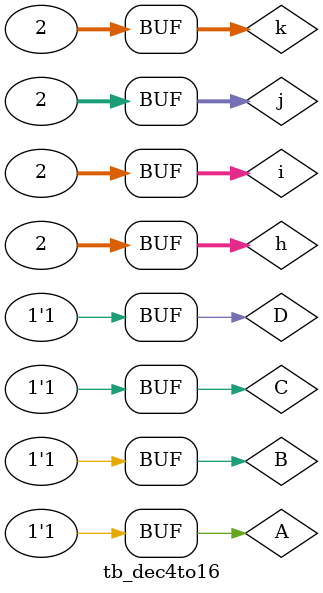
<source format=v>

`timescale 100ps/1ps

module tb_dec4to16;
reg A, B, C, D;
wire [15:0] out;


dec4to16 UUT (
	.A(A),
	.B(B),
	.C(C),
	.D(D),
	.out(out)
);

integer h, i, j, k;

initial begin
  for(h=0;h<2;h=h+1) begin
	for(i=0;i<2;i=i+1) begin
		for(j=0;j<2;j=j+1) begin
			for(k=0;k<2;k=k+1) begin
				A <= h;
				B <= i;
				C <= j;
				D <= k;
				#3;
			end
		end
	end
  end
end


endmodule

</source>
